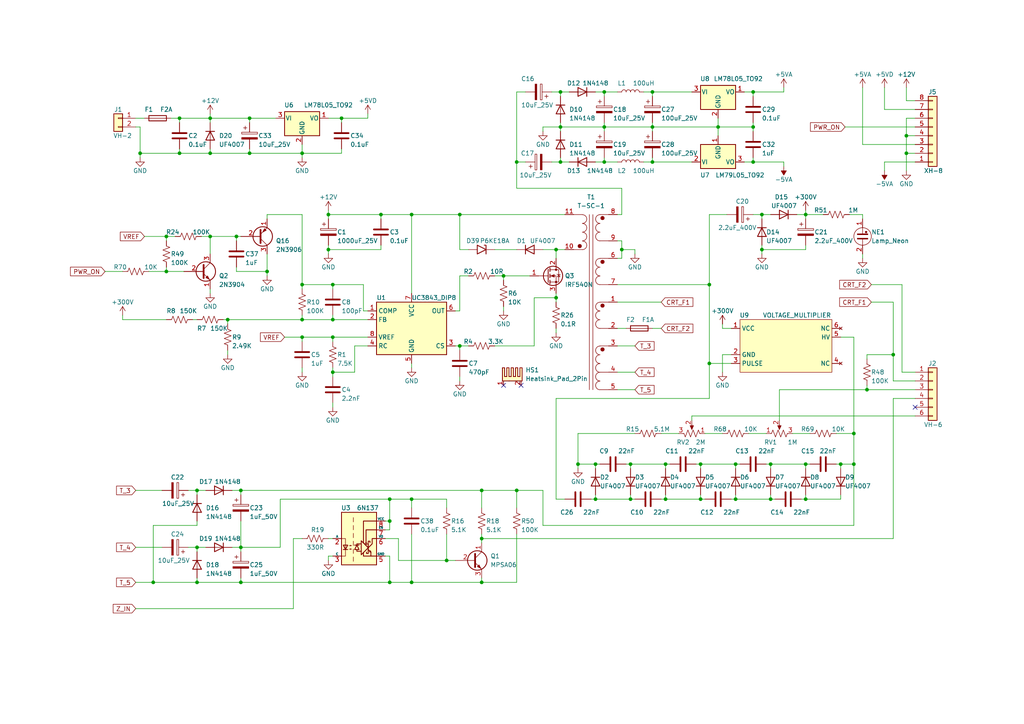
<source format=kicad_sch>
(kicad_sch (version 20211123) (generator eeschema)
  (paper "A4")
  (title_block (title "Power Supply") (date "2022-07-29") (rev "1.0"))
  (junction (at 48.26 78.74))
  (junction (at 87.63 97.79))
  (junction (at 193.04 144.78))
  (junction (at 243.84 134.62))
  (junction (at 87.63 44.45))
  (junction (at 139.7 142.24))
  (junction (at 220.98 72.39))
  (junction (at 162.56 36.83))
  (junction (at 66.04 92.71))
  (junction (at 129.54 162.56))
  (junction (at 161.29 72.39))
  (junction (at 95.25 72.39))
  (junction (at 44.45 168.91))
  (junction (at 193.04 134.62))
  (junction (at 60.96 44.45))
  (junction (at 175.26 26.67))
  (junction (at 233.68 62.23))
  (junction (at 262.89 44.45))
  (junction (at 172.72 144.78))
  (junction (at 119.38 62.23))
  (junction (at 96.52 92.71))
  (junction (at 189.23 36.83))
  (junction (at 40.64 44.45))
  (junction (at 52.07 44.45))
  (junction (at 262.89 39.37))
  (junction (at 203.2 144.78))
  (junction (at 251.46 113.03))
  (junction (at 72.39 44.45))
  (junction (at 203.2 134.62))
  (junction (at 48.26 68.58))
  (junction (at 162.56 26.67))
  (junction (at 218.44 26.67))
  (junction (at 218.44 46.99))
  (junction (at 113.03 144.78))
  (junction (at 208.28 36.83))
  (junction (at 247.65 125.73))
  (junction (at 189.23 26.67))
  (junction (at 113.03 168.91))
  (junction (at 72.39 34.29))
  (junction (at 139.7 156.21))
  (junction (at 162.56 46.99))
  (junction (at 96.52 107.95))
  (junction (at 52.07 34.29))
  (junction (at 69.85 158.75))
  (junction (at 133.35 62.23))
  (junction (at 57.15 158.75))
  (junction (at 96.52 82.55))
  (junction (at 182.88 134.62))
  (junction (at 87.63 92.71))
  (junction (at 233.68 134.62))
  (junction (at 57.15 168.91))
  (junction (at 57.15 142.24))
  (junction (at 182.88 144.78))
  (junction (at 139.7 168.91))
  (junction (at 259.08 102.87))
  (junction (at 180.34 72.39))
  (junction (at 69.85 168.91))
  (junction (at 149.86 46.99))
  (junction (at 223.52 144.78))
  (junction (at 99.06 34.29))
  (junction (at 133.35 100.33))
  (junction (at 189.23 46.99))
  (junction (at 213.36 134.62))
  (junction (at 205.74 82.55))
  (junction (at 87.63 82.55))
  (junction (at 77.47 78.74))
  (junction (at 69.85 142.24))
  (junction (at 175.26 36.83))
  (junction (at 175.26 46.99))
  (junction (at 68.58 68.58))
  (junction (at 223.52 134.62))
  (junction (at 113.03 151.13))
  (junction (at 110.49 62.23))
  (junction (at 161.29 86.36))
  (junction (at 205.74 105.41))
  (junction (at 167.64 134.62))
  (junction (at 95.25 62.23))
  (junction (at 60.96 68.58))
  (junction (at 233.68 144.78))
  (junction (at 119.38 144.78))
  (junction (at 119.38 168.91))
  (junction (at 218.44 36.83))
  (junction (at 146.05 80.01))
  (junction (at 60.96 34.29))
  (junction (at 247.65 134.62))
  (junction (at 220.98 62.23))
  (junction (at 172.72 134.62))
  (junction (at 96.52 97.79))
  (junction (at 149.86 142.24))
  (junction (at 213.36 144.78))
  (no_connect (at 151.13 111.76))
  (no_connect (at 265.43 118.11))
  (no_connect (at 146.05 111.76))
  (wire (pts (xy 57.15 151.13) (xy 57.15 152.4)))
  (wire (pts (xy 119.38 62.23) (xy 110.49 62.23)))
  (wire (pts (xy 204.47 125.73) (xy 209.55 125.73)))
  (wire (pts (xy 72.39 34.29) (xy 72.39 35.56)))
  (wire (pts (xy 226.06 121.92) (xy 226.06 113.03)))
  (wire (pts (xy 189.23 26.67) (xy 200.66 26.67)))
  (wire (pts (xy 143.51 80.01) (xy 146.05 80.01)))
  (wire (pts (xy 161.29 115.57) (xy 161.29 144.78)))
  (wire (pts (xy 66.04 92.71) (xy 66.04 93.98)))
  (wire (pts (xy 132.08 90.17) (xy 133.35 90.17)))
  (wire (pts (xy 87.63 44.45) (xy 99.06 44.45)))
  (wire (pts (xy 58.42 68.58) (xy 60.96 68.58)))
  (wire (pts (xy 259.08 110.49) (xy 265.43 110.49)))
  (wire (pts (xy 175.26 27.94) (xy 175.26 26.67)))
  (wire (pts (xy 87.63 92.71) (xy 96.52 92.71)))
  (wire (pts (xy 209.55 95.25) (xy 212.09 95.25)))
  (wire (pts (xy 233.68 143.51) (xy 233.68 144.78)))
  (wire (pts (xy 87.63 92.71) (xy 66.04 92.71)))
  (wire (pts (xy 69.85 142.24) (xy 139.7 142.24)))
  (wire (pts (xy 251.46 102.87) (xy 259.08 102.87)))
  (wire (pts (xy 102.87 107.95) (xy 102.87 100.33)))
  (wire (pts (xy 95.25 161.29) (xy 96.52 161.29)))
  (wire (pts (xy 184.15 125.73) (xy 167.64 125.73)))
  (wire (pts (xy 165.1 26.67) (xy 162.56 26.67)))
  (wire (pts (xy 227.33 46.99) (xy 227.33 48.26)))
  (wire (pts (xy 133.35 72.39) (xy 133.35 62.23)))
  (wire (pts (xy 39.37 158.75) (xy 46.99 158.75)))
  (wire (pts (xy 172.72 134.62) (xy 173.99 134.62)))
  (wire (pts (xy 186.69 26.67) (xy 189.23 26.67)))
  (wire (pts (xy 215.9 26.67) (xy 218.44 26.67)))
  (wire (pts (xy 222.25 134.62) (xy 223.52 134.62)))
  (wire (pts (xy 96.52 97.79) (xy 96.52 99.06)))
  (wire (pts (xy 247.65 97.79) (xy 247.65 125.73)))
  (wire (pts (xy 87.63 41.91) (xy 87.63 44.45)))
  (wire (pts (xy 133.35 90.17) (xy 133.35 80.01)))
  (wire (pts (xy 233.68 134.62) (xy 234.95 134.62)))
  (wire (pts (xy 129.54 162.56) (xy 132.08 162.56)))
  (wire (pts (xy 149.86 26.67) (xy 152.4 26.67)))
  (wire (pts (xy 39.37 36.83) (xy 40.64 36.83)))
  (wire (pts (xy 111.76 161.29) (xy 113.03 161.29)))
  (wire (pts (xy 262.89 34.29) (xy 265.43 34.29)))
  (wire (pts (xy 133.35 100.33) (xy 133.35 101.6)))
  (wire (pts (xy 59.69 158.75) (xy 57.15 158.75)))
  (wire (pts (xy 218.44 26.67) (xy 227.33 26.67)))
  (wire (pts (xy 229.87 125.73) (xy 234.95 125.73)))
  (wire (pts (xy 245.11 36.83) (xy 265.43 36.83)))
  (wire (pts (xy 212.09 105.41) (xy 205.74 105.41)))
  (wire (pts (xy 133.35 110.49) (xy 133.35 109.22)))
  (wire (pts (xy 233.68 60.96) (xy 233.68 62.23)))
  (wire (pts (xy 82.55 97.79) (xy 87.63 97.79)))
  (wire (pts (xy 179.07 113.03) (xy 184.15 113.03)))
  (wire (pts (xy 68.58 68.58) (xy 68.58 69.85)))
  (wire (pts (xy 105.41 82.55) (xy 105.41 90.17)))
  (wire (pts (xy 110.49 62.23) (xy 95.25 62.23)))
  (wire (pts (xy 68.58 77.47) (xy 68.58 78.74)))
  (wire (pts (xy 205.74 115.57) (xy 161.29 115.57)))
  (wire (pts (xy 209.55 102.87) (xy 209.55 107.95)))
  (wire (pts (xy 43.18 78.74) (xy 48.26 78.74)))
  (wire (pts (xy 213.36 144.78) (xy 223.52 144.78)))
  (wire (pts (xy 191.77 144.78) (xy 193.04 144.78)))
  (wire (pts (xy 262.89 39.37) (xy 262.89 34.29)))
  (wire (pts (xy 95.25 62.23) (xy 95.25 63.5)))
  (wire (pts (xy 213.36 143.51) (xy 213.36 144.78)))
  (wire (pts (xy 143.51 72.39) (xy 149.86 72.39)))
  (wire (pts (xy 262.89 25.4) (xy 262.89 29.21)))
  (wire (pts (xy 215.9 46.99) (xy 218.44 46.99)))
  (wire (pts (xy 30.48 78.74) (xy 35.56 78.74)))
  (wire (pts (xy 157.48 38.1) (xy 157.48 36.83)))
  (wire (pts (xy 193.04 134.62) (xy 194.31 134.62)))
  (wire (pts (xy 69.85 142.24) (xy 69.85 143.51)))
  (wire (pts (xy 162.56 26.67) (xy 162.56 27.94)))
  (wire (pts (xy 96.52 106.68) (xy 96.52 107.95)))
  (wire (pts (xy 149.86 46.99) (xy 149.86 54.61)))
  (wire (pts (xy 262.89 44.45) (xy 265.43 44.45)))
  (wire (pts (xy 182.88 144.78) (xy 184.15 144.78)))
  (wire (pts (xy 209.55 93.98) (xy 209.55 95.25)))
  (wire (pts (xy 256.54 46.99) (xy 256.54 49.53)))
  (wire (pts (xy 143.51 100.33) (xy 154.94 100.33)))
  (wire (pts (xy 223.52 134.62) (xy 233.68 134.62)))
  (wire (pts (xy 265.43 41.91) (xy 250.19 41.91)))
  (wire (pts (xy 149.86 154.94) (xy 149.86 168.91)))
  (wire (pts (xy 161.29 72.39) (xy 161.29 74.93)))
  (wire (pts (xy 259.08 115.57) (xy 259.08 156.21)))
  (wire (pts (xy 48.26 68.58) (xy 48.26 69.85)))
  (wire (pts (xy 217.17 125.73) (xy 222.25 125.73)))
  (wire (pts (xy 72.39 44.45) (xy 87.63 44.45)))
  (wire (pts (xy 247.65 134.62) (xy 247.65 125.73)))
  (wire (pts (xy 50.8 68.58) (xy 48.26 68.58)))
  (wire (pts (xy 203.2 134.62) (xy 203.2 135.89)))
  (wire (pts (xy 243.84 134.62) (xy 243.84 135.89)))
  (wire (pts (xy 95.25 60.96) (xy 95.25 62.23)))
  (wire (pts (xy 77.47 63.5) (xy 77.47 62.23)))
  (wire (pts (xy 119.38 62.23) (xy 119.38 85.09)))
  (wire (pts (xy 242.57 134.62) (xy 243.84 134.62)))
  (wire (pts (xy 218.44 62.23) (xy 220.98 62.23)))
  (wire (pts (xy 265.43 29.21) (xy 262.89 29.21)))
  (wire (pts (xy 95.25 34.29) (xy 99.06 34.29)))
  (wire (pts (xy 233.68 144.78) (xy 243.84 144.78)))
  (wire (pts (xy 251.46 113.03) (xy 265.43 113.03)))
  (wire (pts (xy 152.4 46.99) (xy 149.86 46.99)))
  (wire (pts (xy 172.72 135.89) (xy 172.72 134.62)))
  (wire (pts (xy 162.56 35.56) (xy 162.56 36.83)))
  (wire (pts (xy 87.63 83.82) (xy 87.63 82.55)))
  (wire (pts (xy 96.52 107.95) (xy 102.87 107.95)))
  (wire (pts (xy 180.34 69.85) (xy 180.34 72.39)))
  (wire (pts (xy 139.7 154.94) (xy 139.7 156.21)))
  (wire (pts (xy 99.06 44.45) (xy 99.06 43.18)))
  (wire (pts (xy 179.07 82.55) (xy 205.74 82.55)))
  (wire (pts (xy 218.44 45.72) (xy 218.44 46.99)))
  (wire (pts (xy 212.09 144.78) (xy 213.36 144.78)))
  (wire (pts (xy 181.61 134.62) (xy 182.88 134.62)))
  (wire (pts (xy 133.35 80.01) (xy 135.89 80.01)))
  (wire (pts (xy 160.02 26.67) (xy 162.56 26.67)))
  (wire (pts (xy 54.61 142.24) (xy 57.15 142.24)))
  (wire (pts (xy 161.29 85.09) (xy 161.29 86.36)))
  (wire (pts (xy 102.87 100.33) (xy 106.68 100.33)))
  (wire (pts (xy 212.09 102.87) (xy 209.55 102.87)))
  (wire (pts (xy 105.41 90.17) (xy 106.68 90.17)))
  (wire (pts (xy 179.07 95.25) (xy 181.61 95.25)))
  (wire (pts (xy 113.03 161.29) (xy 113.03 168.91)))
  (wire (pts (xy 172.72 134.62) (xy 167.64 134.62)))
  (wire (pts (xy 119.38 168.91) (xy 139.7 168.91)))
  (wire (pts (xy 243.84 97.79) (xy 247.65 97.79)))
  (wire (pts (xy 220.98 72.39) (xy 233.68 72.39)))
  (wire (pts (xy 85.09 156.21) (xy 85.09 176.53)))
  (wire (pts (xy 208.28 36.83) (xy 218.44 36.83)))
  (wire (pts (xy 252.73 87.63) (xy 259.08 87.63)))
  (wire (pts (xy 110.49 62.23) (xy 110.49 63.5)))
  (wire (pts (xy 223.52 143.51) (xy 223.52 144.78)))
  (wire (pts (xy 200.66 121.92) (xy 200.66 120.65)))
  (wire (pts (xy 210.82 62.23) (xy 205.74 62.23)))
  (wire (pts (xy 139.7 142.24) (xy 139.7 147.32)))
  (wire (pts (xy 223.52 62.23) (xy 220.98 62.23)))
  (wire (pts (xy 57.15 142.24) (xy 57.15 143.51)))
  (wire (pts (xy 172.72 46.99) (xy 175.26 46.99)))
  (wire (pts (xy 77.47 78.74) (xy 68.58 78.74)))
  (wire (pts (xy 208.28 36.83) (xy 189.23 36.83)))
  (wire (pts (xy 208.28 39.37) (xy 208.28 36.83)))
  (wire (pts (xy 193.04 135.89) (xy 193.04 134.62)))
  (wire (pts (xy 157.48 72.39) (xy 161.29 72.39)))
  (wire (pts (xy 175.26 26.67) (xy 172.72 26.67)))
  (wire (pts (xy 72.39 43.18) (xy 72.39 44.45)))
  (wire (pts (xy 175.26 36.83) (xy 175.26 38.1)))
  (wire (pts (xy 113.03 144.78) (xy 113.03 151.13)))
  (wire (pts (xy 40.64 36.83) (xy 40.64 44.45)))
  (wire (pts (xy 49.53 34.29) (xy 52.07 34.29)))
  (wire (pts (xy 60.96 68.58) (xy 60.96 73.66)))
  (wire (pts (xy 179.07 62.23) (xy 180.34 62.23)))
  (wire (pts (xy 69.85 158.75) (xy 81.28 158.75)))
  (wire (pts (xy 52.07 44.45) (xy 52.07 43.18)))
  (wire (pts (xy 157.48 152.4) (xy 247.65 152.4)))
  (wire (pts (xy 184.15 73.66) (xy 184.15 72.39)))
  (wire (pts (xy 149.86 54.61) (xy 180.34 54.61)))
  (wire (pts (xy 175.26 46.99) (xy 179.07 46.99)))
  (wire (pts (xy 251.46 111.76) (xy 251.46 113.03)))
  (wire (pts (xy 80.01 34.29) (xy 72.39 34.29)))
  (wire (pts (xy 139.7 156.21) (xy 259.08 156.21)))
  (wire (pts (xy 48.26 78.74) (xy 53.34 78.74)))
  (wire (pts (xy 105.41 82.55) (xy 96.52 82.55)))
  (wire (pts (xy 162.56 45.72) (xy 162.56 46.99)))
  (wire (pts (xy 57.15 158.75) (xy 57.15 160.02)))
  (wire (pts (xy 129.54 154.94) (xy 129.54 162.56)))
  (wire (pts (xy 40.64 44.45) (xy 52.07 44.45)))
  (wire (pts (xy 220.98 71.12) (xy 220.98 72.39)))
  (wire (pts (xy 119.38 106.68) (xy 119.38 105.41)))
  (wire (pts (xy 262.89 39.37) (xy 265.43 39.37)))
  (wire (pts (xy 69.85 168.91) (xy 113.03 168.91)))
  (wire (pts (xy 64.77 92.71) (xy 66.04 92.71)))
  (wire (pts (xy 87.63 44.45) (xy 87.63 45.72)))
  (wire (pts (xy 119.38 62.23) (xy 133.35 62.23)))
  (wire (pts (xy 44.45 152.4) (xy 57.15 152.4)))
  (wire (pts (xy 175.26 26.67) (xy 179.07 26.67)))
  (wire (pts (xy 175.26 35.56) (xy 175.26 36.83)))
  (wire (pts (xy 113.03 144.78) (xy 119.38 144.78)))
  (wire (pts (xy 218.44 46.99) (xy 227.33 46.99)))
  (wire (pts (xy 87.63 97.79) (xy 96.52 97.79)))
  (wire (pts (xy 193.04 143.51) (xy 193.04 144.78)))
  (wire (pts (xy 157.48 142.24) (xy 157.48 152.4)))
  (wire (pts (xy 52.07 34.29) (xy 52.07 35.56)))
  (wire (pts (xy 179.07 100.33) (xy 184.15 100.33)))
  (wire (pts (xy 172.72 144.78) (xy 182.88 144.78)))
  (wire (pts (xy 205.74 105.41) (xy 205.74 115.57)))
  (wire (pts (xy 171.45 144.78) (xy 172.72 144.78)))
  (wire (pts (xy 44.45 168.91) (xy 44.45 152.4)))
  (wire (pts (xy 69.85 68.58) (xy 68.58 68.58)))
  (wire (pts (xy 175.26 45.72) (xy 175.26 46.99)))
  (wire (pts (xy 167.64 125.73) (xy 167.64 134.62)))
  (wire (pts (xy 242.57 125.73) (xy 247.65 125.73)))
  (wire (pts (xy 110.49 72.39) (xy 110.49 71.12)))
  (wire (pts (xy 113.03 153.67) (xy 113.03 151.13)))
  (wire (pts (xy 232.41 144.78) (xy 233.68 144.78)))
  (wire (pts (xy 115.57 156.21) (xy 115.57 162.56)))
  (wire (pts (xy 111.76 156.21) (xy 115.57 156.21)))
  (wire (pts (xy 55.88 92.71) (xy 57.15 92.71)))
  (wire (pts (xy 146.05 88.9) (xy 146.05 90.17)))
  (wire (pts (xy 162.56 46.99) (xy 165.1 46.99)))
  (wire (pts (xy 259.08 115.57) (xy 265.43 115.57)))
  (wire (pts (xy 54.61 158.75) (xy 57.15 158.75)))
  (wire (pts (xy 167.64 134.62) (xy 167.64 135.89)))
  (wire (pts (xy 250.19 74.93) (xy 250.19 73.66)))
  (wire (pts (xy 39.37 168.91) (xy 44.45 168.91)))
  (wire (pts (xy 133.35 62.23) (xy 163.83 62.23)))
  (wire (pts (xy 262.89 49.53) (xy 262.89 44.45)))
  (wire (pts (xy 193.04 144.78) (xy 203.2 144.78)))
  (wire (pts (xy 189.23 46.99) (xy 200.66 46.99)))
  (wire (pts (xy 161.29 72.39) (xy 163.83 72.39)))
  (wire (pts (xy 57.15 167.64) (xy 57.15 168.91)))
  (wire (pts (xy 119.38 144.78) (xy 129.54 144.78)))
  (wire (pts (xy 96.52 82.55) (xy 96.52 83.82)))
  (wire (pts (xy 99.06 34.29) (xy 99.06 35.56)))
  (wire (pts (xy 223.52 144.78) (xy 224.79 144.78)))
  (wire (pts (xy 227.33 26.67) (xy 227.33 25.4)))
  (wire (pts (xy 96.52 97.79) (xy 106.68 97.79)))
  (wire (pts (xy 60.96 44.45) (xy 72.39 44.45)))
  (wire (pts (xy 87.63 82.55) (xy 96.52 82.55)))
  (wire (pts (xy 135.89 100.33) (xy 133.35 100.33)))
  (wire (pts (xy 81.28 158.75) (xy 81.28 144.78)))
  (wire (pts (xy 69.85 142.24) (xy 67.31 142.24)))
  (wire (pts (xy 191.77 125.73) (xy 196.85 125.73)))
  (wire (pts (xy 213.36 134.62) (xy 214.63 134.62)))
  (wire (pts (xy 69.85 158.75) (xy 67.31 158.75)))
  (wire (pts (xy 220.98 72.39) (xy 220.98 73.66)))
  (wire (pts (xy 119.38 154.94) (xy 119.38 168.91)))
  (wire (pts (xy 161.29 86.36) (xy 161.29 87.63)))
  (wire (pts (xy 233.68 63.5) (xy 233.68 62.23)))
  (wire (pts (xy 233.68 62.23) (xy 238.76 62.23)))
  (wire (pts (xy 162.56 36.83) (xy 162.56 38.1)))
  (wire (pts (xy 95.25 71.12) (xy 95.25 72.39)))
  (wire (pts (xy 87.63 156.21) (xy 85.09 156.21)))
  (wire (pts (xy 250.19 25.4) (xy 250.19 41.91)))
  (wire (pts (xy 161.29 96.52) (xy 161.29 95.25)))
  (wire (pts (xy 95.25 156.21) (xy 96.52 156.21)))
  (wire (pts (xy 60.96 33.02) (xy 60.96 34.29)))
  (wire (pts (xy 111.76 153.67) (xy 113.03 153.67)))
  (wire (pts (xy 265.43 46.99) (xy 256.54 46.99)))
  (wire (pts (xy 96.52 92.71) (xy 106.68 92.71)))
  (wire (pts (xy 220.98 62.23) (xy 220.98 63.5)))
  (wire (pts (xy 87.63 91.44) (xy 87.63 92.71)))
  (wire (pts (xy 149.86 142.24) (xy 157.48 142.24)))
  (wire (pts (xy 189.23 36.83) (xy 189.23 38.1)))
  (wire (pts (xy 262.89 44.45) (xy 262.89 39.37)))
  (wire (pts (xy 77.47 78.74) (xy 77.47 80.01)))
  (wire (pts (xy 106.68 33.02) (xy 106.68 34.29)))
  (wire (pts (xy 77.47 73.66) (xy 77.47 78.74)))
  (wire (pts (xy 60.96 34.29) (xy 60.96 35.56)))
  (wire (pts (xy 205.74 62.23) (xy 205.74 82.55)))
  (wire (pts (xy 81.28 144.78) (xy 113.03 144.78)))
  (wire (pts (xy 99.06 34.29) (xy 106.68 34.29)))
  (wire (pts (xy 95.25 72.39) (xy 110.49 72.39)))
  (wire (pts (xy 129.54 147.32) (xy 129.54 144.78)))
  (wire (pts (xy 149.86 142.24) (xy 139.7 142.24)))
  (wire (pts (xy 200.66 120.65) (xy 265.43 120.65)))
  (wire (pts (xy 265.43 31.75) (xy 256.54 31.75)))
  (wire (pts (xy 60.96 68.58) (xy 68.58 68.58)))
  (wire (pts (xy 60.96 43.18) (xy 60.96 44.45)))
  (wire (pts (xy 184.15 72.39) (xy 180.34 72.39)))
  (wire (pts (xy 179.07 87.63) (xy 191.77 87.63)))
  (wire (pts (xy 39.37 142.24) (xy 46.99 142.24)))
  (wire (pts (xy 66.04 101.6) (xy 66.04 102.87)))
  (wire (pts (xy 182.88 134.62) (xy 182.88 135.89)))
  (wire (pts (xy 41.91 68.58) (xy 48.26 68.58)))
  (wire (pts (xy 95.25 72.39) (xy 95.25 73.66)))
  (wire (pts (xy 251.46 102.87) (xy 251.46 104.14)))
  (wire (pts (xy 161.29 144.78) (xy 163.83 144.78)))
  (wire (pts (xy 256.54 25.4) (xy 256.54 31.75)))
  (wire (pts (xy 189.23 95.25) (xy 191.77 95.25)))
  (wire (pts (xy 233.68 71.12) (xy 233.68 72.39)))
  (wire (pts (xy 146.05 80.01) (xy 146.05 81.28)))
  (wire (pts (xy 149.86 46.99) (xy 149.86 26.67)))
  (wire (pts (xy 261.62 107.95) (xy 265.43 107.95)))
  (wire (pts (xy 35.56 91.44) (xy 35.56 92.71)))
  (wire (pts (xy 95.25 162.56) (xy 95.25 161.29)))
  (wire (pts (xy 162.56 36.83) (xy 175.26 36.83)))
  (wire (pts (xy 60.96 34.29) (xy 52.07 34.29)))
  (wire (pts (xy 179.07 74.93) (xy 180.34 74.93)))
  (wire (pts (xy 233.68 135.89) (xy 233.68 134.62)))
  (wire (pts (xy 115.57 162.56) (xy 129.54 162.56)))
  (wire (pts (xy 180.34 72.39) (xy 180.34 74.93)))
  (wire (pts (xy 96.52 107.95) (xy 96.52 109.22)))
  (wire (pts (xy 40.64 44.45) (xy 40.64 45.72)))
  (wire (pts (xy 203.2 144.78) (xy 204.47 144.78)))
  (wire (pts (xy 69.85 151.13) (xy 69.85 158.75)))
  (wire (pts (xy 60.96 34.29) (xy 72.39 34.29)))
  (wire (pts (xy 243.84 134.62) (xy 247.65 134.62)))
  (wire (pts (xy 119.38 144.78) (xy 119.38 147.32)))
  (wire (pts (xy 57.15 168.91) (xy 69.85 168.91)))
  (wire (pts (xy 208.28 34.29) (xy 208.28 36.83)))
  (wire (pts (xy 250.19 63.5) (xy 250.19 62.23)))
  (wire (pts (xy 139.7 156.21) (xy 139.7 157.48)))
  (wire (pts (xy 87.63 97.79) (xy 87.63 99.06)))
  (wire (pts (xy 139.7 168.91) (xy 139.7 167.64)))
  (wire (pts (xy 182.88 134.62) (xy 193.04 134.62)))
  (wire (pts (xy 69.85 167.64) (xy 69.85 168.91)))
  (wire (pts (xy 223.52 134.62) (xy 223.52 135.89)))
  (wire (pts (xy 154.94 100.33) (xy 154.94 86.36)))
  (wire (pts (xy 205.74 105.41) (xy 205.74 82.55)))
  (wire (pts (xy 218.44 36.83) (xy 218.44 38.1)))
  (wire (pts (xy 218.44 27.94) (xy 218.44 26.67)))
  (wire (pts (xy 252.73 82.55) (xy 261.62 82.55)))
  (wire (pts (xy 69.85 160.02) (xy 69.85 158.75)))
  (wire (pts (xy 233.68 62.23) (xy 231.14 62.23)))
  (wire (pts (xy 259.08 102.87) (xy 259.08 110.49)))
  (wire (pts (xy 259.08 87.63) (xy 259.08 102.87)))
  (wire (pts (xy 250.19 62.23) (xy 246.38 62.23)))
  (wire (pts (xy 218.44 35.56) (xy 218.44 36.83)))
  (wire (pts (xy 179.07 107.95) (xy 184.15 107.95)))
  (wire (pts (xy 203.2 143.51) (xy 203.2 144.78)))
  (wire (pts (xy 132.08 100.33) (xy 133.35 100.33)))
  (wire (pts (xy 261.62 82.55) (xy 261.62 107.95)))
  (wire (pts (xy 172.72 143.51) (xy 172.72 144.78)))
  (wire (pts (xy 96.52 118.11) (xy 96.52 116.84)))
  (wire (pts (xy 189.23 35.56) (xy 189.23 36.83)))
  (wire (pts (xy 48.26 77.47) (xy 48.26 78.74)))
  (wire (pts (xy 180.34 62.23) (xy 180.34 54.61)))
  (wire (pts (xy 186.69 46.99) (xy 189.23 46.99)))
  (wire (pts (xy 60.96 83.82) (xy 60.96 85.09)))
  (wire (pts (xy 203.2 134.62) (xy 213.36 134.62)))
  (wire (pts (xy 35.56 92.71) (xy 48.26 92.71)))
  (wire (pts (xy 87.63 62.23) (xy 87.63 82.55)))
  (wire (pts (xy 189.23 26.67) (xy 189.23 27.94)))
  (wire (pts (xy 149.86 168.91) (xy 139.7 168.91)))
  (wire (pts (xy 154.94 86.36) (xy 161.29 86.36)))
  (wire (pts (xy 182.88 143.51) (xy 182.88 144.78)))
  (wire (pts (xy 189.23 46.99) (xy 189.23 45.72)))
  (wire (pts (xy 57.15 168.91) (xy 44.45 168.91)))
  (wire (pts (xy 59.69 142.24) (xy 57.15 142.24)))
  (wire (pts (xy 160.02 46.99) (xy 162.56 46.99)))
  (wire (pts (xy 111.76 151.13) (xy 113.03 151.13)))
  (wire (pts (xy 146.05 80.01) (xy 153.67 80.01)))
  (wire (pts (xy 87.63 106.68) (xy 87.63 107.95)))
  (wire (pts (xy 39.37 34.29) (xy 41.91 34.29)))
  (wire (pts (xy 39.37 176.53) (xy 85.09 176.53)))
  (wire (pts (xy 226.06 113.03) (xy 251.46 113.03)))
  (wire (pts (xy 243.84 143.51) (xy 243.84 144.78)))
  (wire (pts (xy 247.65 152.4) (xy 247.65 134.62)))
  (wire (pts (xy 77.47 62.23) (xy 87.63 62.23)))
  (wire (pts (xy 201.93 134.62) (xy 203.2 134.62)))
  (wire (pts (xy 135.89 72.39) (xy 133.35 72.39)))
  (wire (pts (xy 60.96 44.45) (xy 52.07 44.45)))
  (wire (pts (xy 175.26 36.83) (xy 189.23 36.83)))
  (wire (pts (xy 149.86 147.32) (xy 149.86 142.24)))
  (wire (pts (xy 157.48 36.83) (xy 162.56 36.83)))
  (wire (pts (xy 96.52 92.71) (xy 96.52 91.44)))
  (wire (pts (xy 213.36 135.89) (xy 213.36 134.62)))
  (wire (pts (xy 113.03 168.91) (xy 119.38 168.91)))
  (wire (pts (xy 180.34 69.85) (xy 179.07 69.85)))
  (global_label "VREF" (shape input) (at 41.91 68.58 180) (property "Intersheet References" "${INTERSHEET_REFS}" (effects hide)))
  (global_label "T_4" (shape input) (at 39.37 158.75 180) (property "Intersheet References" "${INTERSHEET_REFS}" (effects hide)))
  (global_label "CRT_F1" (shape input) (at 252.73 87.63 180) (property "Intersheet References" "${INTERSHEET_REFS}" (effects hide)))
  (global_label "T_5" (shape input) (at 184.15 113.03 0) (property "Intersheet References" "${INTERSHEET_REFS}" (effects hide)))
  (global_label "T_3" (shape input) (at 184.15 100.33 0) (property "Intersheet References" "${INTERSHEET_REFS}" (effects hide)))
  (global_label "VREF" (shape input) (at 82.55 97.79 180) (property "Intersheet References" "${INTERSHEET_REFS}" (effects hide)))
  (global_label "T_3" (shape input) (at 39.37 142.24 180) (property "Intersheet References" "${INTERSHEET_REFS}" (effects hide)))
  (global_label "T_4" (shape input) (at 184.15 107.95 0) (property "Intersheet References" "${INTERSHEET_REFS}" (effects hide)))
  (global_label "PWR_ON" (shape input) (at 245.11 36.83 180) (property "Intersheet References" "${INTERSHEET_REFS}" (effects hide)))
  (global_label "CRT_F2" (shape input) (at 252.73 82.55 180) (property "Intersheet References" "${INTERSHEET_REFS}" (effects hide)))
  (global_label "CRT_F2" (shape input) (at 191.77 95.25 0) (property "Intersheet References" "${INTERSHEET_REFS}" (effects hide)))
  (global_label "CRT_F1" (shape input) (at 191.77 87.63 0) (property "Intersheet References" "${INTERSHEET_REFS}" (effects hide)))
  (global_label "PWR_ON" (shape input) (at 30.48 78.74 180) (property "Intersheet References" "${INTERSHEET_REFS}" (effects hide)))
  (global_label "T_5" (shape input) (at 39.37 168.91 180) (property "Intersheet References" "${INTERSHEET_REFS}" (effects hide)))
  (global_label "Z_IN" (shape input) (at 39.37 176.53 180) (property "Intersheet References" "${INTERSHEET_REFS}" (effects hide)))
  (symbol (lib_id "Device:C") (at 52.07 39.37 0) (unit 1)
    (property "Reference" "C2" (at 54.61 39.37 0) (effects (justify left)))
    (property "Value" "0.1uF" (at 54.61 41.91 0) (effects (justify left)))
    (property "Footprint" "sc_11:C_Rect_L5.5mm_W4.0mm_P5.00mm" (effects hide))
  )
  (symbol (lib_id "power:+12V") (at 95.25 60.96 0) (unit 1)
    (property "Reference" "#PWR0132" (effects hide))
    (property "Value" "+12V" (at 95.25 57.15 0))
  )
  (symbol (lib_id "power:GND") (at 40.64 45.72 0) (unit 1)
    (property "Reference" "#PWR0128" (effects hide))
    (property "Value" "GND" (at 40.64 49.53 0))
  )
  (symbol (lib_id "Device:C") (at 119.38 151.13 0) (unit 1)
    (property "Reference" "C38" (at 121.92 151.13 0) (effects (justify left)))
    (property "Value" "0.1uF" (at 121.92 153.67 0) (effects (justify left)))
    (property "Footprint" "sc_11:C_Rect_L5.5mm_W4.0mm_P5.00mm" (effects hide))
  )
  (symbol (lib_id "Device:C_Polarized") (at 69.85 163.83 0) (unit 1)
    (property "Reference" "C25" (at 72.39 163.83 0) (effects (justify left)))
    (property "Value" "1uF_50V" (at 72.39 166.37 0) (effects (justify left)))
    (property "Footprint" "Capacitor_THT:CP_Radial_D5.0mm_P2.50mm" (effects hide))
  )
  (symbol (lib_id "Device:C_Polarized") (at 156.21 46.99 90) (unit 1)
    (property "Reference" "C17" (at 154.94 44.45 90) (effects (justify left)))
    (property "Value" "10uF_25V" (at 160.02 50.8 90) (effects (justify left)))
    (property "Footprint" "Capacitor_THT:CP_Radial_D6.3mm_P2.50mm" (effects hide))
  )
  (symbol (lib_id "Device:R_US") (at 87.63 87.63 0) (unit 1)
    (property "Reference" "R10" (at 88.9 87.63 0) (effects (justify left)))
    (property "Value" "100K" (at 88.9 90.17 0) (effects (justify left)))
    (property "Footprint" "sc_11:RES-H10_16-D2_5L7_5" (effects hide))
  )
  (symbol (lib_id "sc_11_xyz:T-SC-1") (at 171.45 87.63 0) (unit 1)
    (property "Reference" "T1" (at 171.45 57.15 0))
    (property "Value" "T-SC-1" (at 171.45 59.69 0))
    (property "Footprint" "sc_11:T-SC-1" (effects hide))
  )
  (symbol (lib_id "Device:R_US") (at 91.44 156.21 270) (unit 1)
    (property "Reference" "R19" (at 90.17 153.67 90) (effects (justify left)))
    (property "Value" "330R" (at 88.9 158.75 90) (effects (justify left)))
    (property "Footprint" "sc_11:RES-H10_16-D2_5L7_5" (effects hide))
  )
  (symbol (lib_id "Device:R_US") (at 139.7 100.33 90) (unit 1)
    (property "Reference" "R4" (at 137.16 99.06 90) (effects (justify left)))
    (property "Value" "3.3K" (at 146.05 99.06 90) (effects (justify left)))
    (property "Footprint" "sc_11:RES-H10_16-D2_5L7_5" (effects hide))
  )
  (symbol (lib_id "Device:C") (at 218.44 134.62 90) (unit 1)
    (property "Reference" "C13" (at 217.17 130.81 90) (effects (justify left)))
    (property "Value" "22nF" (at 224.79 130.81 90) (effects (justify left)))
    (property "Footprint" "Capacitor_SMD:C_1206_3216Metric" (effects hide))
  )
  (symbol (lib_id "Device:C") (at 99.06 39.37 0) (unit 1)
    (property "Reference" "C34" (at 101.6 39.37 0) (effects (justify left)))
    (property "Value" "0.1uF" (at 101.6 41.91 0) (effects (justify left)))
    (property "Footprint" "sc_11:C_Rect_L5.5mm_W4.0mm_P5.00mm" (effects hide))
  )
  (symbol (lib_id "Diode:1.5KExxA") (at 139.7 72.39 0) (mirror y) (unit 1)
    (property "Reference" "D39" (at 137.16 69.85 0))
    (property "Value" "P6KE18A" (at 143.51 69.85 0))
    (property "Footprint" "Diode_THT:D_DO-15_P10.16mm_Horizontal" (effects hide))
  )
  (symbol (lib_id "Device:Fuse") (at 45.72 34.29 90) (unit 1)
    (property "Reference" "F1" (at 43.18 31.75 90))
    (property "Value" "F2A" (at 48.26 31.75 90))
    (property "Footprint" "sc_11:FUSE_D3.0mm_L8.3mm_P10.16mm" (effects hide))
  )
  (symbol (lib_id "Device:R_US") (at 149.86 151.13 0) (unit 1)
    (property "Reference" "R50" (at 151.13 151.13 0) (effects (justify left)))
    (property "Value" "100K" (at 151.13 153.67 0) (effects (justify left)))
    (property "Footprint" "sc_11:RES-H10_16-D2_5L7_5" (effects hide))
  )
  (symbol (lib_id "Device:C_Polarized") (at 189.23 41.91 0) (unit 1)
    (property "Reference" "C28" (at 191.77 41.91 0) (effects (justify left)))
    (property "Value" "100uF_25V" (at 191.77 44.45 0) (effects (justify left)))
    (property "Footprint" "Capacitor_THT:CP_Radial_D6.3mm_P2.50mm" (effects hide))
  )
  (symbol (lib_id "Device:R_US") (at 96.52 102.87 0) (unit 1)
    (property "Reference" "R1" (at 97.79 102.87 0) (effects (justify left)))
    (property "Value" "7.5K" (at 97.79 105.41 0) (effects (justify left)))
    (property "Footprint" "sc_11:RES-H10_16-D2_5L7_5" (effects hide))
  )
  (symbol (lib_id "power:GND") (at 146.05 90.17 0) (unit 1)
    (property "Reference" "#PWR0127" (effects hide))
    (property "Value" "GND" (at 146.05 93.98 0))
  )
  (symbol (lib_id "Device:D") (at 223.52 139.7 270) (mirror x) (unit 1)
    (property "Reference" "D7" (at 224.79 138.43 90) (effects (justify left)))
    (property "Value" "UF4007" (at 224.79 140.97 90) (effects (justify left)))
    (property "Footprint" "Diode_THT:D_DO-41_SOD81_P7.62mm_Horizontal" (effects hide))
  )
  (symbol (lib_id "Device:R_US") (at 146.05 85.09 0) (unit 1)
    (property "Reference" "R6" (at 147.32 85.09 0) (effects (justify left)))
    (property "Value" "10K" (at 147.32 87.63 0) (effects (justify left)))
    (property "Footprint" "sc_11:RES-H10_16-D2_5L7_5" (effects hide))
  )
  (symbol (lib_id "Device:C") (at 177.8 134.62 90) (unit 1)
    (property "Reference" "C9" (at 176.53 130.81 90) (effects (justify left)))
    (property "Value" "22nF" (at 184.15 130.81 90) (effects (justify left)))
    (property "Footprint" "Capacitor_SMD:C_1206_3216Metric" (effects hide))
  )
  (symbol (lib_id "Device:Fuse") (at 185.42 95.25 90) (unit 1)
    (property "Reference" "F2" (at 182.88 92.71 90))
    (property "Value" "F1A" (at 187.96 92.71 90))
    (property "Footprint" "sc_11:FUSE_D3.0mm_L8.3mm_P10.16mm" (effects hide))
  )
  (symbol (lib_id "Device:D") (at 203.2 139.7 270) (mirror x) (unit 1)
    (property "Reference" "D5" (at 204.47 138.43 90) (effects (justify left)))
    (property "Value" "UF4007" (at 204.47 140.97 90) (effects (justify left)))
    (property "Footprint" "Diode_THT:D_DO-41_SOD81_P7.62mm_Horizontal" (effects hide))
  )
  (symbol (lib_id "Device:R_US") (at 66.04 97.79 0) (unit 1)
    (property "Reference" "R9" (at 67.31 97.79 0) (effects (justify left)))
    (property "Value" "2.49K" (at 67.31 100.33 0) (effects (justify left)))
    (property "Footprint" "sc_11:RES-H10_16-D2_5L7_5" (effects hide))
  )
  (symbol (lib_id "Device:C_Polarized") (at 50.8 158.75 270) (mirror x) (unit 1)
    (property "Reference" "C24" (at 49.53 154.94 90) (effects (justify left)))
    (property "Value" "10uF_25V" (at 45.72 162.56 90) (effects (justify left)))
    (property "Footprint" "Capacitor_THT:CP_Radial_D5.0mm_P2.50mm" (effects hide))
  )
  (symbol (lib_id "power:GND") (at 77.47 80.01 0) (unit 1)
    (property "Reference" "#PWR0105" (effects hide))
    (property "Value" "GND" (at 77.47 83.82 0))
  )
  (symbol (lib_id "Diode:1N4148") (at 63.5 142.24 0) (mirror y) (unit 1)
    (property "Reference" "D17" (at 59.69 139.7 0))
    (property "Value" "1N4148" (at 66.04 139.7 0))
    (property "Footprint" "sc_11:DO-35-H6_8" (effects hide))
    (property "Datasheet" "https://assets.nexperia.com/documents/data-sheet/1N4148_1N4448.pdf" (effects hide))
  )
  (symbol (lib_id "Device:D") (at 172.72 139.7 270) (unit 1)
    (property "Reference" "D2" (at 173.99 138.43 90) (effects (justify left)))
    (property "Value" "UF4007" (at 173.99 140.97 90) (effects (justify left)))
    (property "Footprint" "Diode_THT:D_DO-41_SOD81_P7.62mm_Horizontal" (effects hide))
  )
  (symbol (lib_id "Device:R_US") (at 60.96 92.71 270) (unit 1)
    (property "Reference" "R7" (at 57.15 95.25 90) (effects (justify left)))
    (property "Value" "150K" (at 60.96 95.25 90) (effects (justify left)))
    (property "Footprint" "sc_11:RES-H10_16-D2_5L7_5" (effects hide))
  )
  (symbol (lib_id "Device:C") (at 187.96 144.78 90) (unit 1)
    (property "Reference" "C10" (at 186.69 148.59 90) (effects (justify left)))
    (property "Value" "22nF" (at 194.31 148.59 90) (effects (justify left)))
    (property "Footprint" "Capacitor_SMD:C_1206_3216Metric" (effects hide))
  )
  (symbol (lib_id "Device:R_US") (at 242.57 62.23 90) (unit 1)
    (property "Reference" "R51" (at 240.03 60.96 90) (effects (justify left)))
    (property "Value" "1M" (at 248.92 60.96 90) (effects (justify left)))
    (property "Footprint" "sc_11:RES-H10_16-D2_5L7_5" (effects hide))
  )
  (symbol (lib_id "Device:L") (at 182.88 26.67 90) (unit 1)
    (property "Reference" "L1" (at 180.34 24.13 90))
    (property "Value" "100uH" (at 186.69 24.13 90))
    (property "Footprint" "sc_11:L_Radial_D5.5mm_P2.00mm" (effects hide))
  )
  (symbol (lib_id "Device:D") (at 243.84 139.7 270) (mirror x) (unit 1)
    (property "Reference" "D9" (at 245.11 138.43 90) (effects (justify left)))
    (property "Value" "UF4007" (at 245.11 140.97 90) (effects (justify left)))
    (property "Footprint" "Diode_THT:D_DO-41_SOD81_P7.62mm_Horizontal" (effects hide))
  )
  (symbol (lib_id "power:GND") (at 66.04 102.87 0) (unit 1)
    (property "Reference" "#PWR0106" (effects hide))
    (property "Value" "GND" (at 66.04 106.68 0))
  )
  (symbol (lib_id "Device:C") (at 218.44 31.75 0) (unit 1)
    (property "Reference" "C29" (at 220.98 31.75 0) (effects (justify left)))
    (property "Value" "0.1uF" (at 220.98 34.29 0) (effects (justify left)))
    (property "Footprint" "sc_11:C_Rect_L5.5mm_W4.0mm_P5.00mm" (effects hide))
  )
  (symbol (lib_id "Regulator_Linear:LM79L05_TO92") (at 208.28 46.99 0) (unit 1)
    (property "Reference" "U7" (at 204.47 50.8 0))
    (property "Value" "LM79L05_TO92" (at 214.63 50.8 0))
    (property "Footprint" "Package_TO_SOT_THT:TO-92_Inline_Wide" (effects hide))
    (property "Datasheet" "http://www.ti.com/lit/ds/symlink/lm79l.pdf" (effects hide))
  )
  (symbol (lib_id "power:GND") (at 87.63 107.95 0) (unit 1)
    (property "Reference" "#PWR0104" (effects hide))
    (property "Value" "GND" (at 87.63 111.76 0))
  )
  (symbol (lib_id "Device:R_Potentiometer_US") (at 226.06 125.73 90) (unit 1)
    (property "Reference" "RV1" (at 223.52 128.27 90))
    (property "Value" "1M" (at 229.87 128.27 90))
    (property "Footprint" "sc_11:RP-3362S" (effects hide))
  )
  (symbol (lib_id "Transistor_FET:IRF540N") (at 158.75 80.01 0) (unit 1)
    (property "Reference" "Q3" (at 163.83 80.01 0) (effects (justify left)))
    (property "Value" "IRF540N" (at 163.83 82.55 0) (effects (justify left)))
    (property "Footprint" "Package_TO_SOT_THT:TO-220-3_Vertical" (effects hide))
    (property "Datasheet" "http://www.irf.com/product-info/datasheets/data/irf540n.pdf" (effects hide))
  )
  (symbol (lib_id "Device:C") (at 167.64 144.78 90) (unit 1)
    (property "Reference" "C26" (at 166.37 148.59 90) (effects (justify left)))
    (property "Value" "22nF" (at 173.99 148.59 90) (effects (justify left)))
    (property "Footprint" "Capacitor_SMD:C_1206_3216Metric" (effects hide))
  )
  (symbol (lib_id "Transistor_BJT:2N3904") (at 58.42 78.74 0) (unit 1)
    (property "Reference" "Q2" (at 63.5 80.01 0) (effects (justify left)))
    (property "Value" "2N3904" (at 63.5 82.55 0) (effects (justify left)))
    (property "Footprint" "Package_TO_SOT_THT:TO-92_Inline" (effects hide))
    (property "Datasheet" "https://www.onsemi.com/pub/Collateral/2N3903-D.PDF" (effects hide))
  )
  (symbol (lib_id "Mechanical:Heatsink_Pad_2Pin") (at 148.59 109.22 0) (unit 1)
    (property "Reference" "HS1" (at 152.4 107.3149 0) (effects (justify left)))
    (property "Value" "Heatsink_Pad_2Pin" (at 152.4 109.8549 0) (effects (justify left)))
    (property "Footprint" "sc_11:HS2-23_5X16X25" (effects hide))
  )
  (symbol (lib_id "power:GND") (at 95.25 73.66 0) (unit 1)
    (property "Reference" "#PWR0126" (effects hide))
    (property "Value" "GND" (at 95.25 77.47 0))
  )
  (symbol (lib_id "Device:R_US") (at 129.54 151.13 0) (unit 1)
    (property "Reference" "R16" (at 130.81 151.13 0) (effects (justify left)))
    (property "Value" "5.1K" (at 130.81 153.67 0) (effects (justify left)))
    (property "Footprint" "sc_11:RES-H10_16-D2_5L7_5" (effects hide))
  )
  (symbol (lib_id "Connector_Generic:Conn_01x02") (at 34.29 34.29 0) (mirror y) (unit 1)
    (property "Reference" "J1" (at 34.29 31.75 0))
    (property "Value" "VH-2" (at 35.56 39.37 0))
    (property "Footprint" "Connector_JST:JST_VH_B2P-VH_1x02_P3.96mm_Vertical" (effects hide))
  )
  (symbol (lib_id "Diode:1N4148") (at 57.15 147.32 270) (unit 1)
    (property "Reference" "D16" (at 59.69 147.32 90) (effects (justify left)))
    (property "Value" "1N4148" (at 59.69 149.86 90) (effects (justify left)))
    (property "Footprint" "sc_11:DO-35-H6_8" (effects hide))
    (property "Datasheet" "https://assets.nexperia.com/documents/data-sheet/1N4148_1N4448.pdf" (effects hide))
  )
  (symbol (lib_id "Device:C_Polarized") (at 214.63 62.23 270) (mirror x) (unit 1)
    (property "Reference" "C20" (at 213.36 58.42 90) (effects (justify left)))
    (property "Value" "2.2uF_400V" (at 208.28 66.04 90) (effects (justify left)))
    (property "Footprint" "Capacitor_THT:CP_Radial_D8.0mm_P3.50mm" (effects hide))
  )
  (symbol (lib_id "Connector_Generic:Conn_01x06") (at 270.51 113.03 0) (unit 1)
    (property "Reference" "J2" (at 269.24 105.41 0) (effects (justify left)))
    (property "Value" "VH-6" (at 267.97 123.19 0) (effects (justify left)))
    (property "Footprint" "Connector_JST:JST_VH_B6P-VH_1x06_P3.96mm_Vertical" (effects hide))
  )
  (symbol (lib_id "Device:L") (at 182.88 46.99 90) (unit 1)
    (property "Reference" "L2" (at 180.34 49.53 90))
    (property "Value" "100uH" (at 186.69 49.53 90))
    (property "Footprint" "sc_11:L_Radial_D5.5mm_P2.00mm" (effects hide))
  )
  (symbol (lib_id "power:+5VD") (at 106.68 33.02 0) (unit 1)
    (property "Reference" "#PWR0130" (effects hide))
    (property "Value" "+5VD" (at 106.68 29.21 0))
  )
  (symbol (lib_id "Device:C") (at 133.35 105.41 0) (unit 1)
    (property "Reference" "C7" (at 135.89 105.41 0) (effects (justify left)))
    (property "Value" "470pF" (at 135.89 107.95 0) (effects (justify left)))
    (property "Footprint" "sc_11:C_Rect_L5.5mm_W4.0mm_P5.00mm" (effects hide))
  )
  (symbol (lib_id "Regulator_Controller:UC3843_DIP8") (at 119.38 95.25 0) (unit 1)
    (property "Reference" "U1" (at 109.22 86.36 0) (effects (justify left)))
    (property "Value" "UC3843_DIP8" (at 119.38 86.36 0) (effects (justify left)))
    (property "Footprint" "Package_DIP:DIP-8_W7.62mm" (effects hide))
    (property "Datasheet" "http://www.ti.com/lit/ds/symlink/uc3842.pdf" (effects hide))
  )
  (symbol (lib_id "Device:R_US") (at 52.07 92.71 270) (unit 1)
    (property "Reference" "R8" (at 48.26 90.17 90) (effects (justify left)))
    (property "Value" "150K" (at 52.07 90.17 90) (effects (justify left)))
    (property "Footprint" "sc_11:RES-H10_16-D2_5L7_5" (effects hide))
  )
  (symbol (lib_id "Diode:1N4148") (at 168.91 26.67 0) (mirror y) (unit 1)
    (property "Reference" "D12" (at 166.37 24.13 0))
    (property "Value" "1N4148" (at 172.72 24.13 0))
    (property "Footprint" "sc_11:DO-35-H6_8" (effects hide))
    (property "Datasheet" "https://assets.nexperia.com/documents/data-sheet/1N4148_1N4448.pdf" (effects hide))
  )
  (symbol (lib_id "Device:R_US") (at 213.36 125.73 90) (unit 1)
    (property "Reference" "R68" (at 210.82 124.46 90) (effects (justify left)))
    (property "Value" "10K" (at 219.71 124.46 90) (effects (justify left)))
    (property "Footprint" "sc_11:RES-H10_16-D2_5L7_5" (effects hide))
  )
  (symbol (lib_id "power:GND") (at 119.38 106.68 0) (unit 1)
    (property "Reference" "#PWR0101" (effects hide))
    (property "Value" "GND" (at 119.38 110.49 0))
  )
  (symbol (lib_id "Device:C_Polarized") (at 175.26 41.91 0) (unit 1)
    (property "Reference" "C19" (at 177.8 41.91 0) (effects (justify left)))
    (property "Value" "10uF_25V" (at 177.8 44.45 0) (effects (justify left)))
    (property "Footprint" "Capacitor_THT:CP_Radial_D6.3mm_P2.50mm" (effects hide))
  )
  (symbol (lib_id "Device:C_Polarized") (at 69.85 147.32 0) (unit 1)
    (property "Reference" "C23" (at 72.39 147.32 0) (effects (justify left)))
    (property "Value" "1uF_50V" (at 72.39 149.86 0) (effects (justify left)))
    (property "Footprint" "Capacitor_THT:CP_Radial_D5.0mm_P2.50mm" (effects hide))
  )
  (symbol (lib_id "Diode:1N4148") (at 162.56 31.75 270) (unit 1)
    (property "Reference" "D10" (at 165.1 31.75 90) (effects (justify left)))
    (property "Value" "1N4148" (at 165.1 34.29 90) (effects (justify left)))
    (property "Footprint" "sc_11:DO-35-H6_8" (effects hide))
    (property "Datasheet" "https://assets.nexperia.com/documents/data-sheet/1N4148_1N4448.pdf" (effects hide))
  )
  (symbol (lib_id "Device:D") (at 60.96 39.37 270) (unit 1)
    (property "Reference" "D20" (at 63.5 39.37 90) (effects (justify left)))
    (property "Value" "UF4007" (at 63.5 41.91 90) (effects (justify left)))
    (property "Footprint" "Diode_THT:D_DO-41_SOD81_P7.62mm_Horizontal" (effects hide))
  )
  (symbol (lib_id "power:+12V") (at 60.96 33.02 0) (unit 1)
    (property "Reference" "#PWR0129" (effects hide))
    (property "Value" "+12V" (at 60.96 29.21 0))
  )
  (symbol (lib_id "Device:D") (at 220.98 67.31 270) (unit 1)
    (property "Reference" "D14" (at 222.25 67.31 90) (effects (justify left)))
    (property "Value" "UF4007" (at 222.25 69.85 90) (effects (justify left)))
    (property "Footprint" "Diode_THT:D_DO-41_SOD81_P7.62mm_Horizontal" (effects hide))
  )
  (symbol (lib_id "Device:D") (at 182.88 139.7 270) (mirror x) (unit 1)
    (property "Reference" "D3" (at 184.15 138.43 90) (effects (justify left)))
    (property "Value" "UF4007" (at 184.15 140.97 90) (effects (justify left)))
    (property "Footprint" "Diode_THT:D_DO-41_SOD81_P7.62mm_Horizontal" (effects hide))
  )
  (symbol (lib_id "power:+5VA") (at 227.33 25.4 0) (unit 1)
    (property "Reference" "#PWR0115" (effects hide))
    (property "Value" "+5VA" (at 227.33 21.59 0))
  )
  (symbol (lib_id "Device:R_US") (at 139.7 80.01 90) (unit 1)
    (property "Reference" "R2" (at 137.16 78.74 90) (effects (justify left)))
    (property "Value" "10R" (at 146.05 78.74 90) (effects (justify left)))
    (property "Footprint" "sc_11:RES-H10_16-D2_5L7_5" (effects hide))
  )
  (symbol (lib_id "Transistor_BJT:2N3906") (at 74.93 68.58 0) (mirror x) (unit 1)
    (property "Reference" "Q16" (at 80.01 69.85 0) (effects (justify left)))
    (property "Value" "2N3906" (at 80.01 72.39 0) (effects (justify left)))
    (property "Footprint" "Package_TO_SOT_THT:TO-92_Inline" (effects hide))
    (property "Datasheet" "https://www.onsemi.com/pub/Collateral/2N3906-D.PDF" (effects hide))
  )
  (symbol (lib_id "power:GND") (at 167.64 135.89 0) (unit 1)
    (property "Reference" "#PWR0114" (effects hide))
    (property "Value" "GND" (at 167.64 139.7 0))
  )
  (symbol (lib_id "Device:C") (at 110.49 67.31 0) (unit 1)
    (property "Reference" "C3" (at 113.03 67.31 0) (effects (justify left)))
    (property "Value" "0.1uF" (at 113.03 69.85 0) (effects (justify left)))
    (property "Footprint" "sc_11:C_Rect_L5.5mm_W4.0mm_P5.00mm" (effects hide))
  )
  (symbol (lib_id "power:GND") (at 209.55 107.95 0) (unit 1)
    (property "Reference" "#PWR0111" (effects hide))
    (property "Value" "GND" (at 209.55 111.76 0))
  )
  (symbol (lib_id "Diode:1N4148") (at 162.56 41.91 270) (unit 1)
    (property "Reference" "D11" (at 165.1 41.91 90) (effects (justify left)))
    (property "Value" "1N4148" (at 165.1 44.45 90) (effects (justify left)))
    (property "Footprint" "sc_11:DO-35-H6_8" (effects hide))
    (property "Datasheet" "https://assets.nexperia.com/documents/data-sheet/1N4148_1N4448.pdf" (effects hide))
  )
  (symbol (lib_id "sc_11_xyz:+300V") (at 209.55 93.98 0) (unit 1) (in_bom no) (on_board no)
    (property "Reference" "#PWR0112" (effects hide))
    (property "Value" "+300V" (at 209.55 90.17 0))
  )
  (symbol (lib_id "Device:C") (at 208.28 144.78 90) (unit 1)
    (property "Reference" "C12" (at 207.01 148.59 90) (effects (justify left)))
    (property "Value" "22nF" (at 214.63 148.59 90) (effects (justify left)))
    (property "Footprint" "Capacitor_SMD:C_1206_3216Metric" (effects hide))
  )
  (symbol (lib_id "Device:D") (at 213.36 139.7 270) (unit 1)
    (property "Reference" "D6" (at 214.63 138.43 90) (effects (justify left)))
    (property "Value" "UF4007" (at 214.63 140.97 90) (effects (justify left)))
    (property "Footprint" "Diode_THT:D_DO-41_SOD81_P7.62mm_Horizontal" (effects hide))
  )
  (symbol (lib_id "power:GND") (at 250.19 74.93 0) (unit 1)
    (property "Reference" "#PWR0113" (effects hide))
    (property "Value" "GND" (at 250.19 78.74 0))
  )
  (symbol (lib_id "Device:R_US") (at 48.26 73.66 0) (unit 1)
    (property "Reference" "R49" (at 49.53 73.66 0) (effects (justify left)))
    (property "Value" "100K" (at 49.53 76.2 0) (effects (justify left)))
    (property "Footprint" "sc_11:RES-H10_16-D2_5L7_5" (effects hide))
  )
  (symbol (lib_id "Connector_Generic:Conn_01x08") (at 270.51 39.37 0) (mirror x) (unit 1)
    (property "Reference" "J5" (at 269.24 26.67 0) (effects (justify left)))
    (property "Value" "XH-8" (at 267.97 49.53 0) (effects (justify left)))
    (property "Footprint" "Connector_JST:JST_XH_B8B-XH-A_1x08_P2.50mm_Vertical" (effects hide))
  )
  (symbol (lib_id "Device:R_US") (at 187.96 125.73 90) (unit 1)
    (property "Reference" "R15" (at 185.42 124.46 90) (effects (justify left)))
    (property "Value" "5.1M" (at 194.31 124.46 90) (effects (justify left)))
    (property "Footprint" "sc_11:RES-H10_16-D2_5L7_5" (effects hide))
  )
  (symbol (lib_id "power:GND") (at 87.63 45.72 0) (unit 1)
    (property "Reference" "#PWR0131" (effects hide))
    (property "Value" "GND" (at 87.63 49.53 0))
  )
  (symbol (lib_id "Device:C") (at 96.52 113.03 0) (unit 1)
    (property "Reference" "C4" (at 99.06 113.03 0) (effects (justify left)))
    (property "Value" "2.2nF" (at 99.06 115.57 0) (effects (justify left)))
    (property "Footprint" "sc_11:C_Rect_L5.5mm_W4.0mm_P5.00mm" (effects hide))
  )
  (symbol (lib_id "Device:C") (at 218.44 41.91 0) (unit 1)
    (property "Reference" "C32" (at 220.98 41.91 0) (effects (justify left)))
    (property "Value" "1uF" (at 220.98 44.45 0) (effects (justify left)))
    (property "Footprint" "sc_11:C_Rect_L5.5mm_W4.0mm_P5.00mm" (effects hide))
  )
  (symbol (lib_id "power:GND") (at 133.35 110.49 0) (unit 1)
    (property "Reference" "#PWR0102" (effects hide))
    (property "Value" "GND" (at 133.35 114.3 0))
  )
  (symbol (lib_id "Device:C") (at 87.63 102.87 0) (unit 1)
    (property "Reference" "C5" (at 90.17 102.87 0) (effects (justify left)))
    (property "Value" "1uF" (at 90.17 105.41 0) (effects (justify left)))
    (property "Footprint" "sc_11:C_Rect_L5.5mm_W4.0mm_P5.00mm" (effects hide))
  )
  (symbol (lib_id "power:+5VA") (at 250.19 25.4 0) (unit 1)
    (property "Reference" "#PWR0120" (effects hide))
    (property "Value" "+5VA" (at 250.19 21.59 0))
  )
  (symbol (lib_id "Diode:1N4148") (at 57.15 163.83 270) (unit 1)
    (property "Reference" "D18" (at 59.69 163.83 90) (effects (justify left)))
    (property "Value" "1N4148" (at 59.69 166.37 90) (effects (justify left)))
    (property "Footprint" "sc_11:DO-35-H6_8" (effects hide))
    (property "Datasheet" "https://assets.nexperia.com/documents/data-sheet/1N4148_1N4448.pdf" (effects hide))
  )
  (symbol (lib_id "power:-5VA") (at 256.54 49.53 0) (mirror x) (unit 1)
    (property "Reference" "#PWR0122" (effects hide))
    (property "Value" "-5VA" (at 256.54 53.34 0))
  )
  (symbol (lib_id "Device:R_US") (at 238.76 125.73 90) (unit 1)
    (property "Reference" "R69" (at 236.22 124.46 90) (effects (justify left)))
    (property "Value" "10K" (at 245.11 124.46 90) (effects (justify left)))
    (property "Footprint" "sc_11:RES-H10_16-D2_5L7_5" (effects hide))
  )
  (symbol (lib_id "Regulator_Linear:LM78L05_TO92") (at 208.28 26.67 0) (unit 1)
    (property "Reference" "U8" (at 204.47 22.86 0))
    (property "Value" "LM78L05_TO92" (at 207.01 22.86 0) (effects (justify left)))
    (property "Footprint" "Package_TO_SOT_THT:TO-92_Inline_Wide" (effects hide))
    (property "Datasheet" "https://www.onsemi.com/pub/Collateral/MC78L06A-D.pdf" (effects hide))
  )
  (symbol (lib_id "Device:Lamp_Neon") (at 250.19 68.58 0) (mirror x) (unit 1)
    (property "Reference" "NE1" (at 252.73 67.31 0) (effects (justify left)))
    (property "Value" "Lamp_Neon" (at 252.73 69.85 0) (effects (justify left)))
    (property "Footprint" "sc_11:NL_D5.0mm" (effects hide))
  )
  (symbol (lib_id "Diode:1N4148") (at 168.91 46.99 0) (unit 1)
    (property "Reference" "D13" (at 166.37 49.53 0))
    (property "Value" "1N4148" (at 173.99 49.53 0))
    (property "Footprint" "sc_11:DO-35-H6_8" (effects hide))
    (property "Datasheet" "https://assets.nexperia.com/documents/data-sheet/1N4148_1N4448.pdf" (effects hide))
  )
  (symbol (lib_id "power:GND") (at 262.89 49.53 0) (unit 1)
    (property "Reference" "#PWR0121" (effects hide))
    (property "Value" "GND" (at 262.89 53.34 0))
  )
  (symbol (lib_id "power:GND") (at 220.98 73.66 0) (unit 1)
    (property "Reference" "#PWR0110" (effects hide))
    (property "Value" "GND" (at 220.98 77.47 0))
  )
  (symbol (lib_id "Device:C_Polarized") (at 50.8 142.24 270) (mirror x) (unit 1)
    (property "Reference" "C22" (at 49.53 138.43 90) (effects (justify left)))
    (property "Value" "10uF_25V" (at 46.99 146.05 90) (effects (justify left)))
    (property "Footprint" "Capacitor_THT:CP_Radial_D5.0mm_P2.50mm" (effects hide))
  )
  (symbol (lib_id "Device:D") (at 227.33 62.23 180) (unit 1)
    (property "Reference" "D15" (at 228.6 57.15 0) (effects (justify left)))
    (property "Value" "UF4007" (at 231.14 59.69 0) (effects (justify left)))
    (property "Footprint" "Diode_THT:D_DO-41_SOD81_P7.62mm_Horizontal" (effects hide))
  )
  (symbol (lib_id "power:GND") (at 60.96 85.09 0) (unit 1)
    (property "Reference" "#PWR0125" (effects hide))
    (property "Value" "GND" (at 60.96 88.9 0))
  )
  (symbol (lib_id "Device:R_Potentiometer_US") (at 200.66 125.73 270) (mirror x) (unit 1)
    (property "Reference" "RV2" (at 198.12 128.27 90))
    (property "Value" "2M" (at 203.2 128.27 90))
    (property "Footprint" "sc_11:RP-3362S" (effects hide))
  )
  (symbol (lib_id "power:GND") (at 184.15 73.66 0) (unit 1)
    (property "Reference" "#PWR0109" (effects hide))
    (property "Value" "GND" (at 184.15 77.47 0))
  )
  (symbol (lib_id "power:-5VA") (at 227.33 48.26 0) (mirror x) (unit 1)
    (property "Reference" "#PWR0116" (effects hide))
    (property "Value" "-5VA" (at 227.33 52.07 0))
  )
  (symbol (lib_id "Device:C_Polarized") (at 233.68 67.31 0) (unit 1)
    (property "Reference" "C21" (at 236.22 67.31 0) (effects (justify left)))
    (property "Value" "2.2uF_400V" (at 236.22 69.85 0) (effects (justify left)))
    (property "Footprint" "Capacitor_THT:CP_Radial_D8.0mm_P3.50mm" (effects hide))
  )
  (symbol (lib_id "Diode:1N4148") (at 63.5 158.75 0) (mirror y) (unit 1)
    (property "Reference" "D19" (at 59.69 156.21 0))
    (property "Value" "1N4148" (at 66.04 156.21 0))
    (property "Footprint" "sc_11:DO-35-H6_8" (effects hide))
    (property "Datasheet" "https://assets.nexperia.com/documents/data-sheet/1N4148_1N4448.pdf" (effects hide))
  )
  (symbol (lib_id "Device:R_US") (at 39.37 78.74 90) (unit 1)
    (property "Reference" "R70" (at 36.83 77.47 90) (effects (justify left)))
    (property "Value" "10K" (at 45.72 77.47 90) (effects (justify left)))
    (property "Footprint" "sc_11:RES-H10_16-D2_5L7_5" (effects hide))
  )
  (symbol (lib_id "Isolator:6N137") (at 104.14 156.21 0) (unit 1)
    (property "Reference" "U3" (at 100.33 147.32 0))
    (property "Value" "6N137" (at 106.68 147.32 0))
    (property "Footprint" "Package_DIP:DIP-8_W7.62mm" (effects hide))
    (property "Datasheet" "https://docs.broadcom.com/docs/AV02-0940EN" (effects hide))
  )
  (symbol (lib_id "power:+12V") (at 262.89 25.4 0) (unit 1)
    (property "Reference" "#PWR0119" (effects hide))
    (property "Value" "+12V" (at 262.89 21.59 0))
  )
  (symbol (lib_id "Device:D") (at 233.68 139.7 270) (unit 1)
    (property "Reference" "D8" (at 234.95 138.43 90) (effects (justify left)))
    (property "Value" "UF4007" (at 234.95 140.97 90) (effects (justify left)))
    (property "Footprint" "Diode_THT:D_DO-41_SOD81_P7.62mm_Horizontal" (effects hide))
  )
  (symbol (lib_id "sc_11_xyz:+300V") (at 35.56 91.44 0) (unit 1) (in_bom no) (on_board no)
    (property "Reference" "#PWR0124" (effects hide))
    (property "Value" "+300V" (at 35.56 87.63 0))
  )
  (symbol (lib_id "Device:C") (at 198.12 134.62 90) (unit 1)
    (property "Reference" "C11" (at 196.85 130.81 90) (effects (justify left)))
    (property "Value" "22nF" (at 204.47 130.81 90) (effects (justify left)))
    (property "Footprint" "Capacitor_SMD:C_1206_3216Metric" (effects hide))
  )
  (symbol (lib_id "power:GND") (at 161.29 96.52 0) (unit 1)
    (property "Reference" "#PWR0108" (effects hide))
    (property "Value" "GND" (at 161.29 100.33 0))
  )
  (symbol (lib_id "Device:C_Polarized") (at 175.26 31.75 0) (unit 1)
    (property "Reference" "C18" (at 177.8 31.75 0) (effects (justify left)))
    (property "Value" "10uF_25V" (at 177.8 34.29 0) (effects (justify left)))
    (property "Footprint" "Capacitor_THT:CP_Radial_D6.3mm_P2.50mm" (effects hide))
  )
  (symbol (lib_id "sc_11_xyz:VOLTAGE_MULTIPLIER") (at 227.33 100.33 0) (unit 1)
    (property "Reference" "U9" (at 215.9 91.44 0))
    (property "Value" "VOLTAGE_MULTIPLIER" (at 231.14 91.44 0))
    (property "Footprint" "sc_11:VM-SC-1" (effects hide))
  )
  (symbol (lib_id "Device:D") (at 153.67 72.39 0) (unit 1)
    (property "Reference" "D1" (at 149.86 69.85 0) (effects (justify left)))
    (property "Value" "UF4007" (at 153.67 69.85 0) (effects (justify left)))
    (property "Footprint" "Diode_THT:D_DO-41_SOD81_P7.62mm_Horizontal" (effects hide))
  )
  (symbol (lib_id "power:GND") (at 95.25 162.56 0) (unit 1)
    (property "Reference" "#PWR0107" (effects hide))
    (property "Value" "GND" (at 95.25 166.37 0))
  )
  (symbol (lib_id "Regulator_Linear:LM78L05_TO92") (at 87.63 34.29 0) (unit 1)
    (property "Reference" "U6" (at 83.82 30.48 0))
    (property "Value" "LM78L05_TO92" (at 95.25 30.48 0))
    (property "Footprint" "Package_TO_SOT_THT:TO-92_Inline_Wide" (effects hide))
    (property "Datasheet" "https://www.onsemi.com/pub/Collateral/MC78L06A-D.pdf" (effects hide))
  )
  (symbol (lib_id "Device:C_Polarized") (at 189.23 31.75 0) (unit 1)
    (property "Reference" "C27" (at 191.77 31.75 0) (effects (justify left)))
    (property "Value" "100uF_25V" (at 191.77 34.29 0) (effects (justify left)))
    (property "Footprint" "Capacitor_THT:CP_Radial_D6.3mm_P2.50mm" (effects hide))
  )
  (symbol (lib_id "power:GND") (at 96.52 118.11 0) (unit 1)
    (property "Reference" "#PWR0103" (effects hide))
    (property "Value" "GND" (at 96.52 121.92 0))
  )
  (symbol (lib_id "Device:R_US") (at 54.61 68.58 90) (unit 1)
    (property "Reference" "R24" (at 52.07 67.31 90) (effects (justify left)))
    (property "Value" "100K" (at 60.96 67.31 90) (effects (justify left)))
    (property "Footprint" "sc_11:RES-H10_16-D2_5L7_5" (effects hide))
  )
  (symbol (lib_id "Device:C_Polarized") (at 72.39 39.37 0) (unit 1)
    (property "Reference" "C33" (at 74.93 39.37 0) (effects (justify left)))
    (property "Value" "10uF_25V" (at 74.93 41.91 0) (effects (justify left)))
    (property "Footprint" "Capacitor_THT:CP_Radial_D5.0mm_P2.50mm" (effects hide))
  )
  (symbol (lib_id "Device:C") (at 68.58 73.66 0) (unit 1)
    (property "Reference" "C37" (at 71.12 73.66 0) (effects (justify left)))
    (property "Value" "1uF" (at 71.12 76.2 0) (effects (justify left)))
    (property "Footprint" "sc_11:C_Rect_L5.5mm_W4.0mm_P5.00mm" (effects hide))
  )
  (symbol (lib_id "power:+5VD") (at 256.54 25.4 0) (unit 1)
    (property "Reference" "#PWR0118" (effects hide))
    (property "Value" "+5VD" (at 256.54 21.59 0))
  )
  (symbol (lib_id "Device:D") (at 193.04 139.7 270) (unit 1)
    (property "Reference" "D4" (at 194.31 138.43 90) (effects (justify left)))
    (property "Value" "UF4007" (at 194.31 140.97 90) (effects (justify left)))
    (property "Footprint" "Diode_THT:D_DO-41_SOD81_P7.62mm_Horizontal" (effects hide))
  )
  (symbol (lib_id "Device:C") (at 96.52 87.63 0) (unit 1)
    (property "Reference" "C8" (at 99.06 87.63 0) (effects (justify left)))
    (property "Value" "100pF" (at 99.06 90.17 0) (effects (justify left)))
    (property "Footprint" "sc_11:C_Rect_L5.5mm_W4.0mm_P5.00mm" (effects hide))
  )
  (symbol (lib_id "Device:C") (at 228.6 144.78 90) (unit 1)
    (property "Reference" "C14" (at 227.33 148.59 90) (effects (justify left)))
    (property "Value" "22nF" (at 234.95 148.59 90) (effects (justify left)))
    (property "Footprint" "Capacitor_SMD:C_1206_3216Metric" (effects hide))
  )
  (symbol (lib_id "Device:Q_NPN_CBE") (at 137.16 162.56 0) (unit 1)
    (property "Reference" "Q1" (at 142.24 161.29 0) (effects (justify left)))
    (property "Value" "MPSA06" (at 142.24 163.83 0) (effects (justify left)))
    (property "Footprint" "Package_TO_SOT_THT:TO-92L_Inline_Wide" (effects hide))
  )
  (symbol (lib_id "Device:C_Polarized") (at 156.21 26.67 270) (mirror x) (unit 1)
    (property "Reference" "C16" (at 151.13 22.86 90) (effects (justify left)))
    (property "Value" "10uF_25V" (at 151.13 30.48 90) (effects (justify left)))
    (property "Footprint" "Capacitor_THT:CP_Radial_D6.3mm_P2.50mm" (effects hide))
  )
  (symbol (lib_id "Device:C_Polarized") (at 95.25 67.31 0) (unit 1)
    (property "Reference" "C1" (at 97.79 67.31 0) (effects (justify left)))
    (property "Value" "1000uF_25V" (at 97.79 69.85 0) (effects (justify left)))
    (property "Footprint" "Capacitor_THT:CP_Radial_D10.0mm_P5.00mm" (effects hide))
  )
  (symbol (lib_id "Device:R_US") (at 139.7 151.13 0) (unit 1)
    (property "Reference" "R18" (at 140.97 151.13 0) (effects (justify left)))
    (property "Value" "5.1K" (at 140.97 153.67 0) (effects (justify left)))
    (property "Footprint" "sc_11:RES-H10_16-D2_5L7_5" (effects hide))
  )
  (symbol (lib_id "power:GND") (at 157.48 38.1 0) (unit 1)
    (property "Reference" "#PWR0123" (effects hide))
    (property "Value" "GND" (at 157.48 41.91 0))
  )
  (symbol (lib_id "sc_11_xyz:+300V") (at 233.68 60.96 0) (unit 1) (in_bom no) (on_board no)
    (property "Reference" "#PWR0117" (effects hide))
    (property "Value" "+300V" (at 233.68 57.15 0))
  )
  (symbol (lib_id "Device:R_US") (at 161.29 91.44 0) (unit 1)
    (property "Reference" "R26" (at 162.56 91.44 0) (effects (justify left)))
    (property "Value" "0.1R" (at 162.56 93.98 0) (effects (justify left)))
    (property "Footprint" "Resistor_THT:R_Axial_DIN0516_L15.5mm_D5.0mm_P20.32mm_Horizontal" (effects hide))
  )
  (symbol (lib_id "Device:R_US") (at 251.46 107.95 180) (unit 1)
    (property "Reference" "R48" (at 256.54 107.95 0) (effects (justify left)))
    (property "Value" "100K" (at 257.81 110.49 0) (effects (justify left)))
    (property "Footprint" "sc_11:RES-H10_16-D2_5L7_5" (effects hide))
  )
  (symbol (lib_id "Device:C") (at 238.76 134.62 90) (unit 1)
    (property "Reference" "C15" (at 236.22 130.81 90) (effects (justify left)))
    (property "Value" "22nF" (at 242.57 130.81 90) (effects (justify left)))
    (property "Footprint" "Capacitor_SMD:C_1206_3216Metric" (effects hide))
  )
)
</source>
